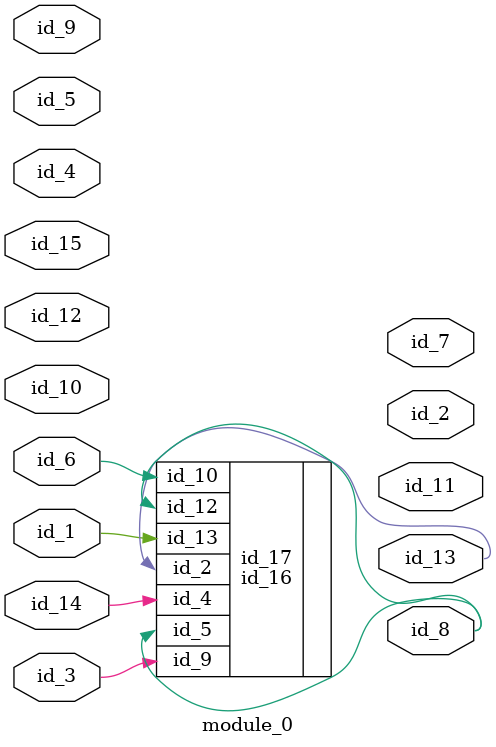
<source format=v>
module module_0 (
    id_1,
    id_2,
    id_3,
    id_4,
    id_5,
    id_6,
    id_7,
    id_8,
    id_9,
    id_10,
    id_11,
    id_12,
    id_13,
    id_14,
    id_15
);
  input id_15;
  input id_14;
  output id_13;
  input id_12;
  output id_11;
  input id_10;
  input id_9;
  output id_8;
  output id_7;
  input id_6;
  input id_5;
  input id_4;
  input id_3;
  output id_2;
  input id_1;
  id_16 id_17 (
      .id_10(1),
      .id_4 (id_14),
      .id_12(id_8),
      .id_5 (id_8),
      .id_9 (id_3),
      .id_10(id_6),
      .id_2 (id_13),
      .id_13(id_1)
  );
endmodule

</source>
